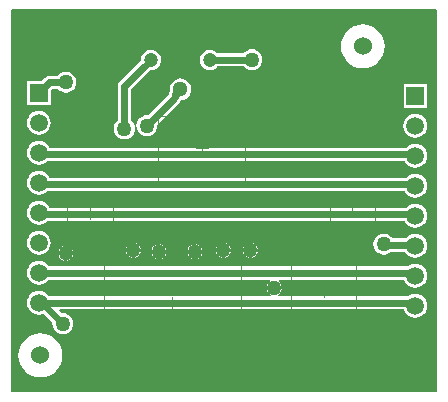
<source format=gbl>
G04*
G04 #@! TF.GenerationSoftware,Altium Limited,Altium Designer,19.1.8 (144)*
G04*
G04 Layer_Physical_Order=2*
G04 Layer_Color=16711680*
%FSLAX25Y25*%
%MOIN*%
G70*
G01*
G75*
%ADD11C,0.02362*%
%ADD12C,0.00787*%
%ADD14C,0.00197*%
%ADD15C,0.00394*%
%ADD27C,0.06000*%
%ADD28C,0.04724*%
%ADD29C,0.05118*%
%ADD30R,0.05906X0.05906*%
%ADD31C,0.05906*%
%ADD32C,0.05000*%
G36*
X486000Y227500D02*
X344500D01*
Y354500D01*
X486000D01*
Y227500D01*
D02*
G37*
%LPC*%
G36*
X424500Y341530D02*
X423586Y341410D01*
X422735Y341057D01*
X422004Y340496D01*
X421795Y340224D01*
X413031D01*
X412898Y340398D01*
X412196Y340937D01*
X411378Y341276D01*
X410500Y341391D01*
X409622Y341276D01*
X408804Y340937D01*
X408102Y340398D01*
X407563Y339696D01*
X407224Y338878D01*
X407109Y338000D01*
X407224Y337122D01*
X407563Y336304D01*
X408102Y335602D01*
X408804Y335063D01*
X409622Y334724D01*
X410500Y334609D01*
X411378Y334724D01*
X412196Y335063D01*
X412898Y335602D01*
X413031Y335776D01*
X421795D01*
X422004Y335504D01*
X422735Y334943D01*
X423586Y334590D01*
X424500Y334470D01*
X425414Y334590D01*
X426265Y334943D01*
X426996Y335504D01*
X427557Y336235D01*
X427910Y337086D01*
X428030Y338000D01*
X427910Y338914D01*
X427557Y339765D01*
X426996Y340496D01*
X426265Y341057D01*
X425414Y341410D01*
X424500Y341530D01*
D02*
G37*
G36*
X461500Y349835D02*
X460069Y349694D01*
X458693Y349277D01*
X457425Y348599D01*
X456313Y347687D01*
X455401Y346575D01*
X454723Y345307D01*
X454306Y343931D01*
X454165Y342500D01*
X454306Y341069D01*
X454723Y339693D01*
X455401Y338425D01*
X456313Y337313D01*
X457425Y336401D01*
X458693Y335723D01*
X460069Y335306D01*
X461500Y335165D01*
X462931Y335306D01*
X464307Y335723D01*
X465575Y336401D01*
X466687Y337313D01*
X467599Y338425D01*
X468277Y339693D01*
X468694Y341069D01*
X468835Y342500D01*
X468694Y343931D01*
X468277Y345307D01*
X467599Y346575D01*
X466687Y347687D01*
X465575Y348599D01*
X464307Y349277D01*
X462931Y349694D01*
X461500Y349835D01*
D02*
G37*
G36*
X390815Y341391D02*
X389937Y341276D01*
X389119Y340937D01*
X388417Y340398D01*
X387878Y339696D01*
X387539Y338878D01*
X387424Y338000D01*
X387452Y337782D01*
X380428Y330757D01*
X379945Y330036D01*
X379776Y329185D01*
X379776Y329185D01*
Y317705D01*
X379504Y317496D01*
X378943Y316765D01*
X378590Y315914D01*
X378470Y315000D01*
X378590Y314086D01*
X378943Y313235D01*
X379504Y312504D01*
X380235Y311943D01*
X381086Y311590D01*
X382000Y311470D01*
X382914Y311590D01*
X383765Y311943D01*
X384496Y312504D01*
X385057Y313235D01*
X385410Y314086D01*
X385530Y315000D01*
X385410Y315914D01*
X385057Y316765D01*
X384496Y317496D01*
X384224Y317705D01*
Y328264D01*
X390597Y334637D01*
X390815Y334609D01*
X391693Y334724D01*
X392511Y335063D01*
X393213Y335602D01*
X393752Y336304D01*
X394091Y337122D01*
X394206Y338000D01*
X394091Y338878D01*
X393752Y339696D01*
X393213Y340398D01*
X392511Y340937D01*
X391693Y341276D01*
X390815Y341391D01*
D02*
G37*
G36*
X362500Y334030D02*
X361586Y333910D01*
X360735Y333557D01*
X360004Y332996D01*
X359795Y332724D01*
X357000D01*
X357000Y332724D01*
X356149Y332555D01*
X355428Y332072D01*
X355428Y332072D01*
X354308Y330953D01*
X349547D01*
Y323047D01*
X357453D01*
Y327808D01*
X357921Y328276D01*
X359795D01*
X360004Y328004D01*
X360735Y327443D01*
X361586Y327090D01*
X362500Y326970D01*
X363414Y327090D01*
X364265Y327443D01*
X364996Y328004D01*
X365557Y328735D01*
X365910Y329586D01*
X366030Y330500D01*
X365910Y331414D01*
X365557Y332265D01*
X364996Y332996D01*
X364265Y333557D01*
X363414Y333910D01*
X362500Y334030D01*
D02*
G37*
G36*
X482953Y329953D02*
X475047D01*
Y322047D01*
X482953D01*
Y329953D01*
D02*
G37*
G36*
X400658Y331747D02*
X399728Y331625D01*
X398863Y331266D01*
X398119Y330696D01*
X397549Y329952D01*
X397190Y329087D01*
X397068Y328157D01*
X397136Y327637D01*
X396945Y327351D01*
X396776Y326500D01*
Y326421D01*
X389840Y319485D01*
X389500Y319530D01*
X388586Y319410D01*
X387735Y319057D01*
X387004Y318496D01*
X386443Y317765D01*
X386090Y316914D01*
X385970Y316000D01*
X386090Y315086D01*
X386443Y314235D01*
X387004Y313504D01*
X387735Y312943D01*
X388586Y312590D01*
X389500Y312470D01*
X390414Y312590D01*
X391265Y312943D01*
X391996Y313504D01*
X392557Y314235D01*
X392910Y315086D01*
X393030Y316000D01*
X392985Y316340D01*
X400572Y323927D01*
X400572Y323927D01*
X401033Y324617D01*
X401587Y324690D01*
X402452Y325049D01*
X403196Y325619D01*
X403766Y326363D01*
X404125Y327228D01*
X404247Y328157D01*
X404125Y329087D01*
X403766Y329952D01*
X403196Y330696D01*
X402452Y331266D01*
X401587Y331625D01*
X400658Y331747D01*
D02*
G37*
G36*
X353500Y320987D02*
X352468Y320851D01*
X351507Y320453D01*
X350681Y319819D01*
X350047Y318993D01*
X349649Y318032D01*
X349513Y317000D01*
X349649Y315968D01*
X350047Y315007D01*
X350681Y314181D01*
X351507Y313547D01*
X352468Y313149D01*
X353500Y313013D01*
X354532Y313149D01*
X355493Y313547D01*
X356319Y314181D01*
X356953Y315007D01*
X357351Y315968D01*
X357487Y317000D01*
X357351Y318032D01*
X356953Y318993D01*
X356319Y319819D01*
X355493Y320453D01*
X354532Y320851D01*
X353500Y320987D01*
D02*
G37*
G36*
X479000Y319987D02*
X477968Y319851D01*
X477007Y319453D01*
X476181Y318819D01*
X475547Y317993D01*
X475149Y317032D01*
X475013Y316000D01*
X475149Y314968D01*
X475547Y314007D01*
X476181Y313181D01*
X477007Y312547D01*
X477968Y312149D01*
X479000Y312013D01*
X480032Y312149D01*
X480993Y312547D01*
X481819Y313181D01*
X482453Y314007D01*
X482851Y314968D01*
X482987Y316000D01*
X482851Y317032D01*
X482453Y317993D01*
X481819Y318819D01*
X480993Y319453D01*
X480032Y319851D01*
X479000Y319987D01*
D02*
G37*
G36*
X353500Y310987D02*
X352468Y310851D01*
X351507Y310453D01*
X350681Y309819D01*
X350047Y308993D01*
X349649Y308032D01*
X349513Y307000D01*
X349649Y305968D01*
X350047Y305007D01*
X350681Y304181D01*
X351507Y303547D01*
X352468Y303149D01*
X353500Y303013D01*
X354532Y303149D01*
X355493Y303547D01*
X356319Y304181D01*
X356392Y304276D01*
X475436D01*
X475547Y304007D01*
X476181Y303181D01*
X477007Y302547D01*
X477968Y302149D01*
X479000Y302013D01*
X480032Y302149D01*
X480993Y302547D01*
X481819Y303181D01*
X482453Y304007D01*
X482851Y304968D01*
X482987Y306000D01*
X482851Y307032D01*
X482453Y307993D01*
X481819Y308819D01*
X480993Y309453D01*
X480032Y309851D01*
X479000Y309987D01*
X477968Y309851D01*
X477007Y309453D01*
X476181Y308819D01*
X476108Y308724D01*
X357064D01*
X356953Y308993D01*
X356319Y309819D01*
X355493Y310453D01*
X354532Y310851D01*
X353500Y310987D01*
D02*
G37*
G36*
Y300987D02*
X352468Y300851D01*
X351507Y300453D01*
X350681Y299819D01*
X350047Y298993D01*
X349649Y298032D01*
X349513Y297000D01*
X349649Y295968D01*
X350047Y295007D01*
X350681Y294181D01*
X351507Y293547D01*
X352468Y293149D01*
X353500Y293013D01*
X354532Y293149D01*
X355493Y293547D01*
X356319Y294181D01*
X356392Y294276D01*
X475436D01*
X475547Y294007D01*
X476181Y293181D01*
X477007Y292547D01*
X477968Y292149D01*
X479000Y292013D01*
X480032Y292149D01*
X480993Y292547D01*
X481819Y293181D01*
X482453Y294007D01*
X482851Y294968D01*
X482987Y296000D01*
X482851Y297032D01*
X482453Y297993D01*
X481819Y298819D01*
X480993Y299453D01*
X480032Y299851D01*
X479000Y299987D01*
X477968Y299851D01*
X477007Y299453D01*
X476181Y298819D01*
X476108Y298724D01*
X357064D01*
X356953Y298993D01*
X356319Y299819D01*
X355493Y300453D01*
X354532Y300851D01*
X353500Y300987D01*
D02*
G37*
G36*
Y290987D02*
X352468Y290851D01*
X351507Y290453D01*
X350681Y289819D01*
X350047Y288993D01*
X349649Y288032D01*
X349513Y287000D01*
X349649Y285968D01*
X350047Y285007D01*
X350681Y284181D01*
X351507Y283547D01*
X352468Y283149D01*
X353500Y283013D01*
X354532Y283149D01*
X355493Y283547D01*
X356319Y284181D01*
X356392Y284276D01*
X475436D01*
X475547Y284007D01*
X476181Y283181D01*
X477007Y282547D01*
X477968Y282149D01*
X479000Y282013D01*
X480032Y282149D01*
X480993Y282547D01*
X481819Y283181D01*
X482453Y284007D01*
X482851Y284968D01*
X482987Y286000D01*
X482851Y287032D01*
X482453Y287993D01*
X481819Y288819D01*
X480993Y289453D01*
X480032Y289851D01*
X479000Y289987D01*
X477968Y289851D01*
X477007Y289453D01*
X476181Y288819D01*
X476108Y288724D01*
X357064D01*
X356953Y288993D01*
X356319Y289819D01*
X355493Y290453D01*
X354532Y290851D01*
X353500Y290987D01*
D02*
G37*
G36*
X424500Y276950D02*
Y275000D01*
X426449D01*
X426355Y275476D01*
X425802Y276302D01*
X424975Y276855D01*
X424500Y276950D01*
D02*
G37*
G36*
X423500D02*
X423025Y276855D01*
X422198Y276302D01*
X421645Y275476D01*
X421551Y275000D01*
X423500D01*
Y276950D01*
D02*
G37*
G36*
X415500D02*
Y275000D01*
X417450D01*
X417355Y275476D01*
X416802Y276302D01*
X415976Y276855D01*
X415500Y276950D01*
D02*
G37*
G36*
X414500D02*
X414024Y276855D01*
X413198Y276302D01*
X412645Y275476D01*
X412550Y275000D01*
X414500D01*
Y276950D01*
D02*
G37*
G36*
X385500D02*
Y275000D01*
X387450D01*
X387355Y275476D01*
X386802Y276302D01*
X385976Y276855D01*
X385500Y276950D01*
D02*
G37*
G36*
X384500D02*
X384025Y276855D01*
X383198Y276302D01*
X382645Y275476D01*
X382551Y275000D01*
X384500D01*
Y276950D01*
D02*
G37*
G36*
X406000Y276449D02*
Y274500D01*
X407949D01*
X407855Y274975D01*
X407302Y275802D01*
X406475Y276355D01*
X406000Y276449D01*
D02*
G37*
G36*
X405000D02*
X404525Y276355D01*
X403698Y275802D01*
X403145Y274975D01*
X403051Y274500D01*
X405000D01*
Y276449D01*
D02*
G37*
G36*
X394000D02*
Y274500D01*
X395950D01*
X395855Y274975D01*
X395302Y275802D01*
X394476Y276355D01*
X394000Y276449D01*
D02*
G37*
G36*
X393000D02*
X392525Y276355D01*
X391698Y275802D01*
X391145Y274975D01*
X391051Y274500D01*
X393000D01*
Y276449D01*
D02*
G37*
G36*
X363000Y275950D02*
Y274000D01*
X364949D01*
X364855Y274476D01*
X364302Y275302D01*
X363475Y275855D01*
X363000Y275950D01*
D02*
G37*
G36*
X362000D02*
X361525Y275855D01*
X360698Y275302D01*
X360145Y274476D01*
X360051Y274000D01*
X362000D01*
Y275950D01*
D02*
G37*
G36*
X353500Y280987D02*
X352468Y280851D01*
X351507Y280453D01*
X350681Y279819D01*
X350047Y278993D01*
X349649Y278032D01*
X349513Y277000D01*
X349649Y275968D01*
X350047Y275007D01*
X350681Y274181D01*
X351507Y273547D01*
X352468Y273149D01*
X353500Y273013D01*
X354532Y273149D01*
X355493Y273547D01*
X356319Y274181D01*
X356953Y275007D01*
X357351Y275968D01*
X357487Y277000D01*
X357351Y278032D01*
X356953Y278993D01*
X356319Y279819D01*
X355493Y280453D01*
X354532Y280851D01*
X353500Y280987D01*
D02*
G37*
G36*
X426449Y274000D02*
X424500D01*
Y272050D01*
X424975Y272145D01*
X425802Y272698D01*
X426355Y273524D01*
X426449Y274000D01*
D02*
G37*
G36*
X423500D02*
X421551D01*
X421645Y273524D01*
X422198Y272698D01*
X423025Y272145D01*
X423500Y272050D01*
Y274000D01*
D02*
G37*
G36*
X417450D02*
X415500D01*
Y272050D01*
X415976Y272145D01*
X416802Y272698D01*
X417355Y273524D01*
X417450Y274000D01*
D02*
G37*
G36*
X414500D02*
X412550D01*
X412645Y273524D01*
X413198Y272698D01*
X414024Y272145D01*
X414500Y272050D01*
Y274000D01*
D02*
G37*
G36*
X387450D02*
X385500D01*
Y272050D01*
X385976Y272145D01*
X386802Y272698D01*
X387355Y273524D01*
X387450Y274000D01*
D02*
G37*
G36*
X384500D02*
X382551D01*
X382645Y273524D01*
X383198Y272698D01*
X384025Y272145D01*
X384500Y272050D01*
Y274000D01*
D02*
G37*
G36*
X468500Y280030D02*
X467586Y279910D01*
X466735Y279557D01*
X466004Y278996D01*
X465443Y278265D01*
X465090Y277414D01*
X464970Y276500D01*
X465090Y275586D01*
X465443Y274735D01*
X466004Y274004D01*
X466735Y273443D01*
X467586Y273090D01*
X468500Y272970D01*
X469414Y273090D01*
X470265Y273443D01*
X470996Y274004D01*
X471013Y274026D01*
X475539D01*
X475547Y274007D01*
X476181Y273181D01*
X477007Y272547D01*
X477968Y272149D01*
X479000Y272013D01*
X480032Y272149D01*
X480993Y272547D01*
X481819Y273181D01*
X482453Y274007D01*
X482851Y274968D01*
X482987Y276000D01*
X482851Y277032D01*
X482453Y277993D01*
X481819Y278819D01*
X480993Y279453D01*
X480032Y279851D01*
X479000Y279987D01*
X477968Y279851D01*
X477007Y279453D01*
X476181Y278819D01*
X475916Y278474D01*
X471397D01*
X470996Y278996D01*
X470265Y279557D01*
X469414Y279910D01*
X468500Y280030D01*
D02*
G37*
G36*
X407949Y273500D02*
X406000D01*
Y271550D01*
X406475Y271645D01*
X407302Y272198D01*
X407855Y273025D01*
X407949Y273500D01*
D02*
G37*
G36*
X405000D02*
X403051D01*
X403145Y273025D01*
X403698Y272198D01*
X404525Y271645D01*
X405000Y271550D01*
Y273500D01*
D02*
G37*
G36*
X395950D02*
X394000D01*
Y271550D01*
X394476Y271645D01*
X395302Y272198D01*
X395855Y273025D01*
X395950Y273500D01*
D02*
G37*
G36*
X393000D02*
X391051D01*
X391145Y273025D01*
X391698Y272198D01*
X392525Y271645D01*
X393000Y271550D01*
Y273500D01*
D02*
G37*
G36*
X364949Y273000D02*
X363000D01*
Y271051D01*
X363475Y271145D01*
X364302Y271698D01*
X364855Y272524D01*
X364949Y273000D01*
D02*
G37*
G36*
X362000D02*
X360051D01*
X360145Y272524D01*
X360698Y271698D01*
X361525Y271145D01*
X362000Y271051D01*
Y273000D01*
D02*
G37*
G36*
X353500Y270987D02*
X352468Y270851D01*
X351507Y270453D01*
X350681Y269819D01*
X350047Y268993D01*
X349649Y268032D01*
X349513Y267000D01*
X349649Y265968D01*
X350047Y265007D01*
X350681Y264181D01*
X351507Y263547D01*
X352468Y263149D01*
X353500Y263013D01*
X354532Y263149D01*
X355493Y263547D01*
X356319Y264181D01*
X356687Y264660D01*
X430581D01*
X430733Y264160D01*
X430198Y263802D01*
X429645Y262976D01*
X429551Y262500D01*
X434449D01*
X434355Y262976D01*
X433802Y263802D01*
X433267Y264160D01*
X433419Y264660D01*
X475277D01*
X475547Y264007D01*
X476181Y263181D01*
X477007Y262547D01*
X477968Y262149D01*
X479000Y262013D01*
X480032Y262149D01*
X480993Y262547D01*
X481819Y263181D01*
X482453Y264007D01*
X482851Y264968D01*
X482987Y266000D01*
X482851Y267032D01*
X482453Y267993D01*
X481819Y268819D01*
X480993Y269453D01*
X480032Y269851D01*
X479000Y269987D01*
X477968Y269851D01*
X477007Y269453D01*
X476557Y269108D01*
X356865D01*
X356319Y269819D01*
X355493Y270453D01*
X354532Y270851D01*
X353500Y270987D01*
D02*
G37*
G36*
X434449Y261500D02*
X429551D01*
X429645Y261024D01*
X430198Y260198D01*
X430907Y259724D01*
X430774Y259224D01*
X356776D01*
X356319Y259819D01*
X355493Y260453D01*
X354532Y260851D01*
X353500Y260987D01*
X352468Y260851D01*
X351507Y260453D01*
X350681Y259819D01*
X350047Y258993D01*
X349649Y258032D01*
X349513Y257000D01*
X349649Y255968D01*
X350047Y255007D01*
X350681Y254181D01*
X351507Y253547D01*
X352468Y253149D01*
X353500Y253013D01*
X354532Y253149D01*
X354979Y253334D01*
X356386Y251927D01*
X356386Y251927D01*
X356510Y251845D01*
X358015Y250340D01*
X357970Y250000D01*
X358090Y249086D01*
X358443Y248235D01*
X359004Y247504D01*
X359735Y246943D01*
X360586Y246590D01*
X361500Y246470D01*
X362414Y246590D01*
X363265Y246943D01*
X363996Y247504D01*
X364557Y248235D01*
X364910Y249086D01*
X365030Y250000D01*
X364910Y250914D01*
X364557Y251765D01*
X363996Y252496D01*
X363265Y253057D01*
X362414Y253410D01*
X361500Y253530D01*
X361160Y253485D01*
X360331Y254314D01*
X360522Y254776D01*
X475229D01*
X475547Y254007D01*
X476181Y253181D01*
X477007Y252547D01*
X477968Y252149D01*
X479000Y252013D01*
X480032Y252149D01*
X480993Y252547D01*
X481819Y253181D01*
X482453Y254007D01*
X482851Y254968D01*
X482987Y256000D01*
X482851Y257032D01*
X482453Y257993D01*
X481819Y258819D01*
X480993Y259453D01*
X480032Y259851D01*
X479000Y259987D01*
X477968Y259851D01*
X477007Y259453D01*
X476708Y259224D01*
X433226D01*
X433093Y259724D01*
X433802Y260198D01*
X434355Y261024D01*
X434449Y261500D01*
D02*
G37*
G36*
X354000Y246835D02*
X352569Y246694D01*
X351193Y246277D01*
X349925Y245599D01*
X348813Y244687D01*
X347901Y243575D01*
X347223Y242307D01*
X346806Y240931D01*
X346665Y239500D01*
X346806Y238069D01*
X347223Y236693D01*
X347901Y235425D01*
X348813Y234313D01*
X349925Y233401D01*
X351193Y232723D01*
X352569Y232306D01*
X354000Y232165D01*
X355431Y232306D01*
X356807Y232723D01*
X358075Y233401D01*
X359187Y234313D01*
X360099Y235425D01*
X360777Y236693D01*
X361194Y238069D01*
X361335Y239500D01*
X361194Y240931D01*
X360777Y242307D01*
X360099Y243575D01*
X359187Y244687D01*
X358075Y245599D01*
X356807Y246277D01*
X355431Y246694D01*
X354000Y246835D01*
D02*
G37*
%LPD*%
D11*
X468500Y276500D02*
X468750Y276250D01*
X478750D01*
X479000Y276000D01*
X478000Y257000D02*
X479000Y256000D01*
X354459Y257000D02*
X478000D01*
X478116Y266884D02*
X479000Y266000D01*
X353616Y266884D02*
X478116D01*
X353500Y267000D02*
X353616Y266884D01*
X478500Y286500D02*
X479000Y286000D01*
X354000Y286500D02*
X478500D01*
X353500Y287000D02*
X354000Y286500D01*
X478500Y296500D02*
X479000Y296000D01*
X354000Y296500D02*
X478500D01*
X353500Y297000D02*
X354000Y296500D01*
X478500Y306500D02*
X479000Y306000D01*
X354000Y306500D02*
X478500D01*
X353500Y307000D02*
X354000Y306500D01*
X410500Y338000D02*
X424500D01*
X357000Y330500D02*
X362500D01*
X353500Y327000D02*
X357000Y330500D01*
X358000Y253500D02*
X361500Y250000D01*
X357959Y253500D02*
X358000D01*
X354459Y257000D02*
X357959Y253500D01*
X353500Y257000D02*
X354459D01*
X389500Y316000D02*
X399000Y325500D01*
Y326500D01*
X382000Y329185D02*
X389158Y336343D01*
X382000Y315000D02*
Y329185D01*
X353000Y317000D02*
X353500D01*
D12*
X486000Y329500D02*
Y354500D01*
X344500D02*
X486000D01*
Y227500D02*
Y329500D01*
X344500Y227500D02*
Y354500D01*
Y227500D02*
X486000D01*
D14*
X375079Y242728D02*
Y271272D01*
X420748Y242728D02*
Y271272D01*
X375079D02*
X420748D01*
X375079Y242728D02*
X420748D01*
X450421Y280610D02*
Y294390D01*
X465579Y280610D02*
Y294390D01*
X450421D02*
X465579D01*
X450421Y280610D02*
X465579D01*
X378079Y280110D02*
Y293890D01*
X362921Y280110D02*
Y293890D01*
Y280110D02*
X378079D01*
X362921Y293890D02*
X378079D01*
X437673Y246433D02*
Y275567D01*
X459327Y246433D02*
Y275567D01*
X437673Y246433D02*
X459327D01*
X437673Y275567D02*
X459327D01*
X393205Y297673D02*
X422339D01*
X393205Y319327D02*
X422339D01*
Y297673D02*
Y319327D01*
X393205Y297673D02*
Y319327D01*
D15*
X395945Y257000D02*
X399882D01*
X397913Y255031D02*
Y258968D01*
X456032Y287500D02*
X459969D01*
X458000Y285531D02*
Y289469D01*
X368531Y287000D02*
X372468D01*
X370500Y285032D02*
Y288968D01*
X446531Y261000D02*
X450468D01*
X448500Y259032D02*
Y262968D01*
X407772Y306532D02*
Y310469D01*
X405803Y308500D02*
X409740D01*
D27*
X461500Y342500D02*
D03*
X354000Y239500D02*
D03*
D28*
X390815Y338000D02*
D03*
X410500D02*
D03*
D29*
X400658Y328157D02*
D03*
D30*
X479000Y326000D02*
D03*
X353500Y327000D02*
D03*
D31*
X479000Y316000D02*
D03*
Y306000D02*
D03*
Y296000D02*
D03*
Y286000D02*
D03*
Y276000D02*
D03*
Y266000D02*
D03*
Y256000D02*
D03*
X353500Y317000D02*
D03*
Y307000D02*
D03*
Y297000D02*
D03*
Y287000D02*
D03*
Y277000D02*
D03*
Y267000D02*
D03*
Y257000D02*
D03*
D32*
X468500Y276500D02*
D03*
X424000Y274500D02*
D03*
X432000Y262000D02*
D03*
X424500Y338000D02*
D03*
X385000Y274500D02*
D03*
X393500Y274000D02*
D03*
X405500D02*
D03*
X362500Y330500D02*
D03*
Y273500D02*
D03*
X415000Y274500D02*
D03*
X361500Y250000D02*
D03*
X389500Y316000D02*
D03*
X382000Y315000D02*
D03*
M02*

</source>
